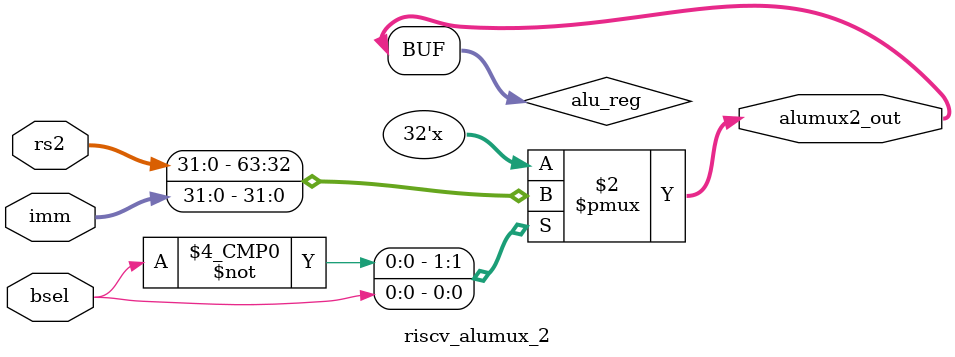
<source format=v>

module riscv_alumux_2 (
	imm,
	rs2,
	bsel,
	alumux2_out
);

  //==========================================
  // Parameter
  //==========================================
	parameter DATA_WIDTH = 32;

  //==========================================
  //Define port
  //==========================================
	input [DATA_WIDTH - 1 : 0] imm;
	input [DATA_WIDTH - 1 : 0] rs2;
	input											 bsel;
	output [DATA_WIDTH - 1 : 0] alumux2_out;

  //==========================================
  // Internal signal
  //==========================================
	reg [DATA_WIDTH - 1 : 0] alu_reg;

  //==========================================
  // Architecture module
  //==========================================
	always @ (*) begin
		case (bsel)
			1'b0: 		alu_reg = rs2;
			1'b1: 		alu_reg = imm;
			default: 	alu_reg = 'hz;
		endcase
	end

  //==========================================
  //output port
  //==========================================
	assign alumux2_out = alu_reg;

endmodule


</source>
